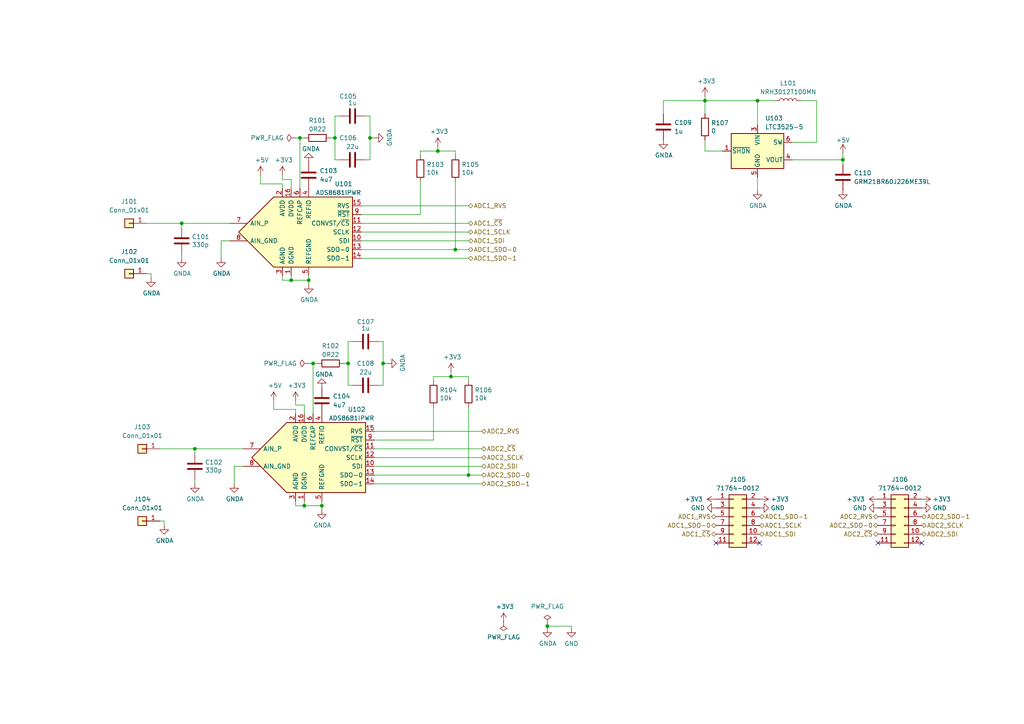
<source format=kicad_sch>
(kicad_sch (version 20230121) (generator eeschema)
  (paper "A4")
  (lib_symbols
    (symbol "Connector_Generic:Conn_01x01" (pin_names (offset 1.016) hide)
      (property "Reference" "J" (at 0 2.54 0))
      (property "Value" "Conn_01x01" (at 0 -2.54 0))
      (symbol "Conn_01x01_1_1"
        (rectangle (start -1.27 0.127) (end 0 -0.127) (stroke (width 0.1524)))
        (rectangle (start -1.27 1.27) (end 1.27 -1.27) (stroke (width 0.254)) (fill (type background)))
        (pin passive line (at -5.08 0 0) (length 3.81) (name "Pin_1") (number "1"))
      )
    )
    (symbol "Connector_Generic:Conn_02x06_Odd_Even" (pin_names (offset 1.016) hide)
      (property "Reference" "J" (at 1.27 7.62 0))
      (property "Value" "Conn_02x06_Odd_Even" (at 1.27 -10.16 0))
      (symbol "Conn_02x06_Odd_Even_1_1"
        (rectangle (start -1.27 -7.493) (end 0 -7.747) (stroke (width 0.1524)))
        (rectangle (start -1.27 -4.953) (end 0 -5.207) (stroke (width 0.1524)))
        (rectangle (start -1.27 -2.413) (end 0 -2.667) (stroke (width 0.1524)))
        (rectangle (start -1.27 0.127) (end 0 -0.127) (stroke (width 0.1524)))
        (rectangle (start -1.27 2.667) (end 0 2.413) (stroke (width 0.1524)))
        (rectangle (start -1.27 5.207) (end 0 4.953) (stroke (width 0.1524)))
        (rectangle (start -1.27 6.35) (end 3.81 -8.89) (stroke (width 0.254)) (fill (type background)))
        (rectangle (start 3.81 -7.493) (end 2.54 -7.747) (stroke (width 0.1524)))
        (rectangle (start 3.81 -4.953) (end 2.54 -5.207) (stroke (width 0.1524)))
        (rectangle (start 3.81 -2.413) (end 2.54 -2.667) (stroke (width 0.1524)))
        (rectangle (start 3.81 0.127) (end 2.54 -0.127) (stroke (width 0.1524)))
        (rectangle (start 3.81 2.667) (end 2.54 2.413) (stroke (width 0.1524)))
        (rectangle (start 3.81 5.207) (end 2.54 4.953) (stroke (width 0.1524)))
        (pin passive line (at -5.08 5.08 0) (length 3.81) (name "Pin_1") (number "1"))
        (pin passive line (at 7.62 -5.08 180) (length 3.81) (name "Pin_10") (number "10"))
        (pin passive line (at -5.08 -7.62 0) (length 3.81) (name "Pin_11") (number "11"))
        (pin passive line (at 7.62 -7.62 180) (length 3.81) (name "Pin_12") (number "12"))
        (pin passive line (at 7.62 5.08 180) (length 3.81) (name "Pin_2") (number "2"))
        (pin passive line (at -5.08 2.54 0) (length 3.81) (name "Pin_3") (number "3"))
        (pin passive line (at 7.62 2.54 180) (length 3.81) (name "Pin_4") (number "4"))
        (pin passive line (at -5.08 0 0) (length 3.81) (name "Pin_5") (number "5"))
        (pin passive line (at 7.62 0 180) (length 3.81) (name "Pin_6") (number "6"))
        (pin passive line (at -5.08 -2.54 0) (length 3.81) (name "Pin_7") (number "7"))
        (pin passive line (at 7.62 -2.54 180) (length 3.81) (name "Pin_8") (number "8"))
        (pin passive line (at -5.08 -5.08 0) (length 3.81) (name "Pin_9") (number "9"))
      )
    )
    (symbol "Device:C" (pin_numbers hide) (pin_names (offset 0.254))
      (property "Reference" "C" (at 0.635 2.54 0))
      (property "Value" "C" (at 0.635 -2.54 0))
      (symbol "C_0_1"
        (polyline (pts (xy -2.032 -0.762) (xy 2.032 -0.762)) (stroke (width 0.508)))
        (polyline (pts (xy -2.032 0.762) (xy 2.032 0.762)) (stroke (width 0.508)))
      )
      (symbol "C_1_1"
        (pin passive line (at 0 3.81 270) (length 2.794) (name "~") (number "1"))
        (pin passive line (at 0 -3.81 90) (length 2.794) (name "~") (number "2"))
      )
    )
    (symbol "Device:L" (pin_numbers hide) (pin_names (offset 1.016) hide)
      (property "Reference" "L" (at -1.27 0 90))
      (property "Value" "L" (at 1.905 0 90))
      (symbol "L_0_1"
        (arc (start 0 -2.54) (mid 0.6323 -1.905) (end 0 -1.27))
        (arc (start 0 -1.27) (mid 0.6323 -0.635) (end 0 0))
        (arc (start 0 0) (mid 0.6323 0.635) (end 0 1.27))
        (arc (start 0 1.27) (mid 0.6323 1.905) (end 0 2.54))
      )
      (symbol "L_1_1"
        (pin passive line (at 0 3.81 270) (length 1.27) (name "1") (number "1"))
        (pin passive line (at 0 -3.81 90) (length 1.27) (name "2") (number "2"))
      )
    )
    (symbol "Device:R" (pin_numbers hide) (pin_names (offset 0))
      (property "Reference" "R" (at 2.032 0 90))
      (property "Value" "R" (at 0 0 90))
      (symbol "R_0_1"
        (rectangle (start -1.016 -2.54) (end 1.016 2.54) (stroke (width 0.254)))
      )
      (symbol "R_1_1"
        (pin passive line (at 0 3.81 270) (length 1.27) (name "~") (number "1"))
        (pin passive line (at 0 -3.81 90) (length 1.27) (name "~") (number "2"))
      )
    )
    (symbol "ETH3CDAQ1:ADS8681PWR" (pin_names (offset 0.762))
      (property "Reference" "U" (at 6.35 13.97 0))
      (property "Value" "ADS8681PWR" (at 6.35 11.43 0))
      (symbol "ADS8681PWR_0_1"
        (polyline (pts (xy -5.08 10.16) (xy 17.78 10.16) (xy 17.78 -10.16) (xy -5.08 -10.16) (xy -15.24 0) (xy -5.08 10.16)) (stroke (width 0.254)) (fill (type background)))
      )
      (symbol "ADS8681PWR_1_1"
        (pin power_in line (at 0 -12.7 90) (length 2.54) (name "DGND") (number "1"))
        (pin input line (at 20.32 -2.54 180) (length 2.54) (name "SDI") (number "10"))
        (pin input line (at 20.32 2.54 180) (length 2.54) (name "CONVST/~{CS}") (number "11"))
        (pin input line (at 20.32 0 180) (length 2.54) (name "SCLK") (number "12"))
        (pin tri_state line (at 20.32 -5.08 180) (length 2.54) (name "SDO-0") (number "13"))
        (pin tri_state line (at 20.32 -7.62 180) (length 2.54) (name "SDO-1") (number "14"))
        (pin output line (at 20.32 7.62 180) (length 2.54) (name "RVS") (number "15"))
        (pin power_in line (at 0 12.7 270) (length 2.54) (name "DVDD") (number "16"))
        (pin power_in line (at -2.54 12.7 270) (length 2.54) (name "AVDD") (number "2"))
        (pin power_in line (at -2.54 -12.7 90) (length 2.54) (name "AGND") (number "3"))
        (pin passive line (at 5.08 12.7 270) (length 2.54) (name "REFIO") (number "4"))
        (pin power_in line (at 5.08 -12.7 90) (length 2.54) (name "REFGND") (number "5"))
        (pin power_in line (at 2.54 12.7 270) (length 2.54) (name "REFCAP") (number "6"))
        (pin input line (at -17.78 2.54 0) (length 5.08) (name "AIN_P") (number "7"))
        (pin input line (at -17.78 -2.54 0) (length 5.08) (name "AIN_GND") (number "8"))
        (pin input line (at 20.32 5.08 180) (length 2.54) (name "~{RST}") (number "9"))
      )
    )
    (symbol "PWR_FLAG_1" (power) (pin_numbers hide) (pin_names (offset 0) hide)
      (property "Value" "PWR_FLAG_1" (at 0 3.81 0))
      (symbol "PWR_FLAG_1_0_0"
        (pin power_out line (at 0 0 90) (length 0) (name "pwr") (number "1"))
      )
      (symbol "PWR_FLAG_1_0_1"
        (polyline (pts (xy 0 0) (xy 0 1.27) (xy -1.016 1.905) (xy 0 2.54) (xy 1.016 1.905) (xy 0 1.27)))
      )
    )
    (symbol "Regulator_Switching:LTC3525-5" (pin_names (offset 0.254))
      (property "Reference" "U" (at -6.35 6.35 0))
      (property "Value" "LTC3525-5" (at 1.27 6.35 0))
      (symbol "LTC3525-5_0_1"
        (rectangle (start -7.62 5.08) (end 7.62 -5.08) (stroke (width 0.254)) (fill (type background)))
      )
      (symbol "LTC3525-5_1_1"
        (pin input line (at -10.16 0 0) (length 2.54) (name "~{SHDN}") (number "1"))
        (pin passive line (at 0 -7.62 90) (length 2.54) hide (name "GND") (number "2"))
        (pin power_in line (at 0 7.62 270) (length 2.54) (name "VIN") (number "3"))
        (pin power_out line (at 10.16 -2.54 180) (length 2.54) (name "VOUT") (number "4"))
        (pin power_in line (at 0 -7.62 90) (length 2.54) (name "GND") (number "5"))
        (pin input line (at 10.16 2.54 180) (length 2.54) (name "SW") (number "6"))
      )
    )
    (symbol "power:+3.3V" (power) (pin_names (offset 0))
      (property "Value" "+3.3V" (at 0 3.556 0))
      (symbol "+3.3V_0_1"
        (polyline (pts (xy -0.762 1.27) (xy 0 2.54)))
        (polyline (pts (xy 0 0) (xy 0 2.54)))
        (polyline (pts (xy 0 2.54) (xy 0.762 1.27)))
      )
      (symbol "+3.3V_1_1"
        (pin power_in line (at 0 0 90) (length 0) hide (name "+3V3") (number "1"))
      )
    )
    (symbol "power:+5V" (power) (pin_names (offset 0))
      (property "Value" "+5V" (at 0 3.556 0))
      (symbol "+5V_0_1"
        (polyline (pts (xy -0.762 1.27) (xy 0 2.54)))
        (polyline (pts (xy 0 0) (xy 0 2.54)))
        (polyline (pts (xy 0 2.54) (xy 0.762 1.27)))
      )
      (symbol "+5V_1_1"
        (pin power_in line (at 0 0 90) (length 0) hide (name "+5V") (number "1"))
      )
    )
    (symbol "power:GND" (power) (pin_names (offset 0))
      (property "Value" "GND" (at 0 -3.81 0))
      (symbol "GND_0_1"
        (polyline (pts (xy 0 0) (xy 0 -1.27) (xy 1.27 -1.27) (xy 0 -2.54) (xy -1.27 -1.27) (xy 0 -1.27)))
      )
      (symbol "GND_1_1"
        (pin power_in line (at 0 0 270) (length 0) hide (name "GND") (number "1"))
      )
    )
    (symbol "power:GNDA" (power) (pin_names (offset 0))
      (property "Value" "GNDA" (at 0 -3.81 0))
      (symbol "GNDA_0_1"
        (polyline (pts (xy 0 0) (xy 0 -1.27) (xy 1.27 -1.27) (xy 0 -2.54) (xy -1.27 -1.27) (xy 0 -1.27)))
      )
      (symbol "GNDA_1_1"
        (pin power_in line (at 0 0 270) (length 0) hide (name "GNDA") (number "1"))
      )
    )
    (symbol "power:PWR_FLAG" (power) (pin_numbers hide) (pin_names (offset 0) hide)
      (property "Value" "PWR_FLAG" (at 0 3.81 0))
      (symbol "PWR_FLAG_0_0"
        (pin power_out line (at 0 0 90) (length 0) (name "pwr") (number "1"))
      )
      (symbol "PWR_FLAG_0_1"
        (polyline (pts (xy 0 0) (xy 0 1.27) (xy -1.016 1.905) (xy 0 2.54) (xy 1.016 1.905) (xy 0 1.27)))
      )
    )
  )
  (junction (at 90.805 105.41))
  (junction (at 135.89 137.795))
  (junction (at 244.475 46.355))
  (junction (at 88.265 146.685))
  (junction (at 130.81 109.22))
  (junction (at 158.75 181.61))
  (junction (at 204.47 29.21))
  (junction (at 56.515 130.175))
  (junction (at 86.995 40.005))
  (junction (at 100.965 105.41))
  (junction (at 132.08 72.39))
  (junction (at 219.71 29.21))
  (junction (at 84.455 81.28))
  (junction (at 52.705 64.77))
  (junction (at 89.535 81.28))
  (junction (at 127 43.815))
  (junction (at 97.155 40.005))
  (junction (at 111.125 105.41))
  (junction (at 107.315 40.005))
  (junction (at 93.345 146.685))
  (no_connect (at 207.645 157.48))
  (no_connect (at 267.335 157.48))
  (no_connect (at 220.345 157.48))
  (no_connect (at 254.635 157.48))
  (wire (pts (xy 70.485 130.175) (xy 56.515 130.175)))
  (wire (pts (xy 85.725 146.685) (xy 88.265 146.685)))
  (wire (pts (xy 107.315 46.355) (xy 107.315 40.005)))
  (wire (pts (xy 42.545 64.77) (xy 52.705 64.77)))
  (wire (pts (xy 204.47 29.21) (xy 204.47 33.02)))
  (wire (pts (xy 47.625 151.13) (xy 47.625 152.4)))
  (wire (pts (xy 135.89 137.795) (xy 139.7 137.795)))
  (wire (pts (xy 102.235 111.76) (xy 100.965 111.76)))
  (wire (pts (xy 100.965 105.41) (xy 99.695 105.41)))
  (wire (pts (xy 88.265 117.475) (xy 85.725 117.475)))
  (wire (pts (xy 84.455 81.28) (xy 84.455 80.01)))
  (wire (pts (xy 56.515 131.445) (xy 56.515 130.175)))
  (wire (pts (xy 111.125 105.41) (xy 111.125 99.06)))
  (wire (pts (xy 107.315 40.005) (xy 107.315 33.655)))
  (wire (pts (xy 104.775 72.39) (xy 132.08 72.39)))
  (wire (pts (xy 97.155 46.355) (xy 97.155 40.005)))
  (wire (pts (xy 165.735 181.61) (xy 165.735 182.245)))
  (wire (pts (xy 56.515 140.335) (xy 56.515 139.065)))
  (wire (pts (xy 135.89 110.49) (xy 135.89 109.22)))
  (wire (pts (xy 108.585 135.255) (xy 139.7 135.255)))
  (wire (pts (xy 81.915 80.01) (xy 81.915 81.28)))
  (wire (pts (xy 192.405 29.21) (xy 204.47 29.21)))
  (wire (pts (xy 111.125 111.76) (xy 111.125 105.41)))
  (wire (pts (xy 97.155 33.655) (xy 98.425 33.655)))
  (wire (pts (xy 64.135 69.85) (xy 66.675 69.85)))
  (wire (pts (xy 125.73 109.22) (xy 130.81 109.22)))
  (wire (pts (xy 106.045 46.355) (xy 107.315 46.355)))
  (wire (pts (xy 67.945 140.335) (xy 67.945 135.255)))
  (wire (pts (xy 121.92 45.085) (xy 121.92 43.815)))
  (wire (pts (xy 104.775 62.23) (xy 121.92 62.23)))
  (wire (pts (xy 88.265 146.685) (xy 93.345 146.685)))
  (wire (pts (xy 219.71 29.21) (xy 224.79 29.21)))
  (wire (pts (xy 75.565 53.34) (xy 81.915 53.34)))
  (wire (pts (xy 112.395 105.41) (xy 111.125 105.41)))
  (wire (pts (xy 204.47 43.815) (xy 204.47 40.64)))
  (wire (pts (xy 97.155 40.005) (xy 95.885 40.005)))
  (wire (pts (xy 125.73 127.635) (xy 125.73 118.11)))
  (wire (pts (xy 127 42.545) (xy 127 43.815)))
  (wire (pts (xy 52.705 66.04) (xy 52.705 64.77)))
  (wire (pts (xy 192.405 33.02) (xy 192.405 29.21)))
  (wire (pts (xy 52.705 74.93) (xy 52.705 73.66)))
  (wire (pts (xy 132.08 45.085) (xy 132.08 43.815)))
  (wire (pts (xy 79.375 118.745) (xy 85.725 118.745)))
  (wire (pts (xy 158.75 181.61) (xy 165.735 181.61)))
  (wire (pts (xy 81.915 52.07) (xy 81.915 50.8)))
  (wire (pts (xy 219.71 36.195) (xy 219.71 29.21)))
  (wire (pts (xy 90.805 105.41) (xy 90.805 120.015)))
  (wire (pts (xy 209.55 43.815) (xy 204.47 43.815)))
  (wire (pts (xy 158.75 182.245) (xy 158.75 181.61)))
  (wire (pts (xy 244.475 46.355) (xy 244.475 47.625)))
  (wire (pts (xy 75.565 53.34) (xy 75.565 50.8)))
  (wire (pts (xy 121.92 43.815) (xy 127 43.815)))
  (wire (pts (xy 204.47 27.94) (xy 204.47 29.21)))
  (wire (pts (xy 84.455 52.07) (xy 81.915 52.07)))
  (wire (pts (xy 89.535 105.41) (xy 90.805 105.41)))
  (wire (pts (xy 89.535 82.55) (xy 89.535 81.28)))
  (wire (pts (xy 89.535 81.28) (xy 89.535 80.01)))
  (wire (pts (xy 108.585 40.005) (xy 107.315 40.005)))
  (wire (pts (xy 236.855 29.21) (xy 236.855 41.275)))
  (wire (pts (xy 85.725 40.005) (xy 86.995 40.005)))
  (wire (pts (xy 229.87 46.355) (xy 244.475 46.355)))
  (wire (pts (xy 46.355 151.13) (xy 47.625 151.13)))
  (wire (pts (xy 88.265 146.685) (xy 88.265 145.415)))
  (wire (pts (xy 88.265 120.015) (xy 88.265 117.475)))
  (wire (pts (xy 108.585 127.635) (xy 125.73 127.635)))
  (wire (pts (xy 46.355 130.175) (xy 56.515 130.175)))
  (wire (pts (xy 109.855 111.76) (xy 111.125 111.76)))
  (wire (pts (xy 158.75 180.975) (xy 158.75 181.61)))
  (wire (pts (xy 86.995 40.005) (xy 86.995 54.61)))
  (wire (pts (xy 64.135 74.93) (xy 64.135 69.85)))
  (wire (pts (xy 42.545 79.375) (xy 43.815 79.375)))
  (wire (pts (xy 81.915 81.28) (xy 84.455 81.28)))
  (wire (pts (xy 219.71 51.435) (xy 219.71 55.245)))
  (wire (pts (xy 111.125 99.06) (xy 109.855 99.06)))
  (wire (pts (xy 108.585 130.175) (xy 139.7 130.175)))
  (wire (pts (xy 85.725 120.015) (xy 85.725 118.745)))
  (wire (pts (xy 121.92 62.23) (xy 121.92 52.705)))
  (wire (pts (xy 100.965 105.41) (xy 100.965 99.06)))
  (wire (pts (xy 97.155 40.005) (xy 97.155 33.655)))
  (wire (pts (xy 88.265 40.005) (xy 86.995 40.005)))
  (wire (pts (xy 100.965 111.76) (xy 100.965 105.41)))
  (wire (pts (xy 84.455 54.61) (xy 84.455 52.07)))
  (wire (pts (xy 92.075 105.41) (xy 90.805 105.41)))
  (wire (pts (xy 127 43.815) (xy 132.08 43.815)))
  (wire (pts (xy 104.775 64.77) (xy 135.89 64.77)))
  (wire (pts (xy 132.08 72.39) (xy 135.89 72.39)))
  (wire (pts (xy 84.455 81.28) (xy 89.535 81.28)))
  (wire (pts (xy 93.345 146.685) (xy 93.345 145.415)))
  (wire (pts (xy 104.775 67.31) (xy 135.89 67.31)))
  (wire (pts (xy 100.965 99.06) (xy 102.235 99.06)))
  (wire (pts (xy 107.315 33.655) (xy 106.045 33.655)))
  (wire (pts (xy 130.81 109.22) (xy 135.89 109.22)))
  (wire (pts (xy 43.815 79.375) (xy 43.815 80.645)))
  (wire (pts (xy 232.41 29.21) (xy 236.855 29.21)))
  (wire (pts (xy 104.775 59.69) (xy 135.89 59.69)))
  (wire (pts (xy 104.775 74.93) (xy 135.89 74.93)))
  (wire (pts (xy 79.375 118.745) (xy 79.375 116.205)))
  (wire (pts (xy 66.675 64.77) (xy 52.705 64.77)))
  (wire (pts (xy 108.585 132.715) (xy 139.7 132.715)))
  (wire (pts (xy 108.585 125.095) (xy 139.7 125.095)))
  (wire (pts (xy 81.915 54.61) (xy 81.915 53.34)))
  (wire (pts (xy 98.425 46.355) (xy 97.155 46.355)))
  (wire (pts (xy 85.725 145.415) (xy 85.725 146.685)))
  (wire (pts (xy 93.345 147.955) (xy 93.345 146.685)))
  (wire (pts (xy 219.71 29.21) (xy 204.47 29.21)))
  (wire (pts (xy 132.08 52.705) (xy 132.08 72.39)))
  (wire (pts (xy 104.775 69.85) (xy 135.89 69.85)))
  (wire (pts (xy 108.585 140.335) (xy 139.7 140.335)))
  (wire (pts (xy 67.945 135.255) (xy 70.485 135.255)))
  (wire (pts (xy 85.725 117.475) (xy 85.725 116.205)))
  (wire (pts (xy 236.855 41.275) (xy 229.87 41.275)))
  (wire (pts (xy 244.475 46.355) (xy 244.475 44.45)))
  (wire (pts (xy 130.81 107.95) (xy 130.81 109.22)))
  (wire (pts (xy 135.89 118.11) (xy 135.89 137.795)))
  (wire (pts (xy 125.73 110.49) (xy 125.73 109.22)))
  (wire (pts (xy 108.585 137.795) (xy 135.89 137.795)))
  (hierarchical_label "ADC2_~{CS}" (shape bidirectional) (at 139.7 130.175 0))
  (hierarchical_label "ADC2_SDO-1" (shape bidirectional) (at 139.7 140.335 0))
  (hierarchical_label "ADC2_RVS" (shape bidirectional) (at 139.7 125.095 0))
  (hierarchical_label "ADC1_~{CS}" (shape bidirectional) (at 207.645 154.94 180))
  (hierarchical_label "ADC2_SCLK" (shape bidirectional) (at 139.7 132.715 0))
  (hierarchical_label "ADC1_SDI" (shape bidirectional) (at 220.345 154.94 0))
  (hierarchical_label "ADC2_SCLK" (shape bidirectional) (at 267.335 152.4 0))
  (hierarchical_label "ADC2_SDI" (shape bidirectional) (at 139.7 135.255 0))
  (hierarchical_label "ADC1_SDO-1" (shape bidirectional) (at 220.345 149.86 0))
  (hierarchical_label "ADC2_SDO-0" (shape bidirectional) (at 139.7 137.795 0))
  (hierarchical_label "ADC1_SDI" (shape bidirectional) (at 135.89 69.85 0))
  (hierarchical_label "ADC1_RVS" (shape bidirectional) (at 135.89 59.69 0))
  (hierarchical_label "ADC2_SDO-0" (shape bidirectional) (at 254.635 152.4 180))
  (hierarchical_label "ADC1_~{CS}" (shape bidirectional) (at 135.89 64.77 0))
  (hierarchical_label "ADC1_SDO-0" (shape bidirectional) (at 207.645 152.4 180))
  (hierarchical_label "ADC1_SCLK" (shape bidirectional) (at 135.89 67.31 0))
  (hierarchical_label "ADC1_SCLK" (shape bidirectional) (at 220.345 152.4 0))
  (hierarchical_label "ADC2_SDI" (shape bidirectional) (at 267.335 154.94 0))
  (hierarchical_label "ADC1_SDO-1" (shape bidirectional) (at 135.89 74.93 0))
  (hierarchical_label "ADC2_RVS" (shape bidirectional) (at 254.635 149.86 180))
  (hierarchical_label "ADC2_~{CS}" (shape bidirectional) (at 254.635 154.94 180))
  (hierarchical_label "ADC2_SDO-1" (shape bidirectional) (at 267.335 149.86 0))
  (hierarchical_label "ADC1_SDO-0" (shape bidirectional) (at 135.89 72.39 0))
  (hierarchical_label "ADC1_RVS" (shape bidirectional) (at 207.645 149.86 180))
  (symbol (lib_id "Connector_Generic:Conn_02x06_Odd_Even") (at 259.715 149.86 0) (unit 1)
    (property "Reference" "J106" (at 260.985 139.065 0))
    (property "Value" "71764-0012" (at 260.985 141.605 0))
    (property "Footprint" "Connector_PinHeader_2.54mm:PinHeader_2x06_P2.54mm_Horizontal" (effects hide))
  )
  (symbol (lib_id "power:PWR_FLAG") (at 89.535 105.41 90) (unit 1)
    (property "Reference" "#FLG0102" (effects hide))
    (property "Value" "PWR_FLAG" (at 81.28 105.41 90))
  )
  (symbol (lib_id "power:GND") (at 207.645 147.32 270) (mirror x) (unit 1)
    (property "Reference" "#PWR0126" (effects hide))
    (property "Value" "GND" (at 204.47 147.32 90) (effects (justify right)))
  )
  (symbol (lib_id "power:GNDA") (at 43.815 80.645 0) (unit 1)
    (property "Reference" "#PWR0101" (effects hide))
    (property "Value" "GNDA" (at 43.942 85.0392 0))
  )
  (symbol (lib_id "power:+3.3V") (at 146.05 180.34 0) (unit 1)
    (property "Reference" "#PWR0120" (effects hide))
    (property "Value" "+3.3V" (at 146.431 175.9458 0))
  )
  (symbol (lib_id "Connector_Generic:Conn_02x06_Odd_Even") (at 212.725 149.86 0) (unit 1)
    (property "Reference" "J105" (at 213.995 139.065 0))
    (property "Value" "71764-0012" (at 213.995 141.605 0))
    (property "Footprint" "Connector_PinHeader_2.54mm:PinHeader_2x06_P2.54mm_Horizontal" (effects hide))
  )
  (symbol (lib_id "power:+3.3V") (at 85.725 116.205 0) (unit 1)
    (property "Reference" "#PWR0110" (effects hide))
    (property "Value" "+3.3V" (at 86.106 111.8108 0))
  )
  (symbol (lib_id "power:GNDA") (at 192.405 40.64 0) (unit 1)
    (property "Reference" "#PWR0123" (effects hide))
    (property "Value" "GNDA" (at 192.532 45.0342 0))
  )
  (symbol (lib_id "power:GNDA") (at 89.535 82.55 0) (unit 1)
    (property "Reference" "#PWR0112" (effects hide))
    (property "Value" "GNDA" (at 89.662 86.9442 0))
  )
  (symbol (lib_id "power:GNDA") (at 64.135 74.93 0) (unit 1)
    (property "Reference" "#PWR0105" (effects hide))
    (property "Value" "GNDA" (at 64.262 79.3242 0))
  )
  (symbol (lib_id "power:GNDA") (at 56.515 140.335 0) (unit 1)
    (property "Reference" "#PWR0104" (effects hide))
    (property "Value" "GNDA" (at 56.642 144.7292 0))
  )
  (symbol (lib_id "Device:C") (at 93.345 116.205 0) (unit 1)
    (property "Reference" "C104" (at 96.52 114.935 0) (effects (justify left)))
    (property "Value" "4u7" (at 96.52 117.475 0) (effects (justify left)))
    (property "Footprint" "Capacitor_SMD:C_0603_1608Metric_Pad1.08x0.95mm_HandSolder" (effects hide))
  )
  (symbol (lib_id "power:+3.3V") (at 127 42.545 0) (unit 1)
    (property "Reference" "#PWR0117" (effects hide))
    (property "Value" "+3.3V" (at 127.381 38.1508 0))
  )
  (symbol (lib_id "Connector_Generic:Conn_01x01") (at 37.465 64.77 180) (unit 1)
    (property "Reference" "J101" (at 37.465 58.42 0))
    (property "Value" "Conn_01x01" (at 37.465 60.96 0))
    (property "Footprint" "Connector_PinHeader_2.54mm:PinHeader_1x01_P2.54mm_Vertical" (effects hide))
  )
  (symbol (lib_id "Regulator_Switching:LTC3525-5") (at 219.71 43.815 0) (unit 1)
    (property "Reference" "U103" (at 221.9041 34.29 0) (effects (justify left)))
    (property "Value" "LTC3525-5" (at 221.9041 36.83 0) (effects (justify left)))
    (property "Footprint" "Package_TO_SOT_SMD:SOT-363_SC-70-6" (effects hide))
    (property "Datasheet" "https://www.analog.com/media/en/technical-documentation/data-sheets/3525fc.pdf" (effects hide))
  )
  (symbol (lib_id "Device:C") (at 102.235 46.355 90) (unit 1)
    (property "Reference" "C106" (at 103.505 40.005 90) (effects (justify left)))
    (property "Value" "22u" (at 104.14 42.545 90) (effects (justify left)))
    (property "Footprint" "Capacitor_SMD:C_0805_2012Metric_Pad1.18x1.45mm_HandSolder" (effects hide))
  )
  (symbol (lib_id "power:+3.3V") (at 204.47 27.94 0) (unit 1)
    (property "Reference" "#PWR0124" (effects hide))
    (property "Value" "+3.3V" (at 204.851 23.5458 0))
  )
  (symbol (lib_id "power:PWR_FLAG") (at 85.725 40.005 90) (unit 1)
    (property "Reference" "#FLG0101" (effects hide))
    (property "Value" "PWR_FLAG" (at 77.47 40.005 90))
  )
  (symbol (lib_id "power:+3.3V") (at 81.915 50.8 0) (unit 1)
    (property "Reference" "#PWR0109" (effects hide))
    (property "Value" "+3.3V" (at 82.296 46.4058 0))
  )
  (symbol (lib_name "PWR_FLAG_1") (lib_id "power:PWR_FLAG") (at 158.75 180.975 0) (unit 1)
    (property "Reference" "#FLG0105" (effects hide))
    (property "Value" "PWR_FLAG" (at 158.75 175.895 0))
  )
  (symbol (lib_id "power:GNDA") (at 52.705 74.93 0) (unit 1)
    (property "Reference" "#PWR0103" (effects hide))
    (property "Value" "GNDA" (at 52.832 79.3242 0))
  )
  (symbol (lib_id "Device:R") (at 125.73 114.3 0) (unit 1)
    (property "Reference" "R104" (at 127.508 113.1316 0) (effects (justify left)))
    (property "Value" "10k" (at 127.508 115.443 0) (effects (justify left)))
    (property "Footprint" "Resistor_SMD:R_0603_1608Metric_Pad0.98x0.95mm_HandSolder" (effects hide))
  )
  (symbol (lib_id "ETH3CDAQ1:ADS8681PWR") (at 88.265 132.715 0) (unit 1)
    (property "Reference" "U102" (at 106.045 118.745 0) (effects (justify right)))
    (property "Value" "ADS8681IPWR" (at 108.585 121.285 0) (effects (justify right)))
    (property "Footprint" "Package_SO:TSSOP-16_4.4x5mm_P0.65mm" (effects hide))
  )
  (symbol (lib_id "power:GNDA") (at 219.71 55.245 0) (unit 1)
    (property "Reference" "#PWR0127" (effects hide))
    (property "Value" "GNDA" (at 219.837 59.6392 0))
  )
  (symbol (lib_id "power:GNDA") (at 158.75 182.245 0) (unit 1)
    (property "Reference" "#PWR0121" (effects hide))
    (property "Value" "GNDA" (at 158.877 186.6392 0))
  )
  (symbol (lib_id "power:+5V") (at 244.475 44.45 0) (unit 1)
    (property "Reference" "#PWR0130" (effects hide))
    (property "Value" "+5V" (at 244.475 40.64 0))
  )
  (symbol (lib_id "power:+3.3V") (at 267.335 144.78 270) (mirror x) (unit 1)
    (property "Reference" "#PWR0134" (effects hide))
    (property "Value" "+3.3V" (at 270.51 144.78 90) (effects (justify left)))
  )
  (symbol (lib_id "power:GNDA") (at 89.535 46.99 180) (unit 1)
    (property "Reference" "#PWR0111" (effects hide))
    (property "Value" "GNDA" (at 90.17 43.18 0))
  )
  (symbol (lib_id "Device:C") (at 89.535 50.8 0) (unit 1)
    (property "Reference" "C103" (at 92.71 49.53 0) (effects (justify left)))
    (property "Value" "4u7" (at 92.71 52.07 0) (effects (justify left)))
    (property "Footprint" "Capacitor_SMD:C_0603_1608Metric_Pad1.08x0.95mm_HandSolder" (effects hide))
  )
  (symbol (lib_id "Connector_Generic:Conn_01x01") (at 41.275 151.13 180) (unit 1)
    (property "Reference" "J104" (at 41.275 144.78 0))
    (property "Value" "Conn_01x01" (at 41.275 147.32 0))
    (property "Footprint" "Connector_PinHeader_2.54mm:PinHeader_1x01_P2.54mm_Vertical" (effects hide))
  )
  (symbol (lib_id "power:GND") (at 165.735 182.245 0) (mirror y) (unit 1)
    (property "Reference" "#PWR0122" (effects hide))
    (property "Value" "GND" (at 165.735 186.69 0))
  )
  (symbol (lib_id "power:+5V") (at 75.565 50.8 0) (unit 1)
    (property "Reference" "#PWR0107" (effects hide))
    (property "Value" "+5V" (at 75.946 46.4058 0))
  )
  (symbol (lib_id "Device:C") (at 106.045 111.76 90) (unit 1)
    (property "Reference" "C108" (at 108.585 105.41 90) (effects (justify left)))
    (property "Value" "22u" (at 107.95 107.95 90) (effects (justify left)))
    (property "Footprint" "Capacitor_SMD:C_0805_2012Metric_Pad1.18x1.45mm_HandSolder" (effects hide))
  )
  (symbol (lib_id "Device:C") (at 56.515 135.255 0) (unit 1)
    (property "Reference" "C102" (at 59.436 134.0866 0) (effects (justify left)))
    (property "Value" "330p" (at 59.436 136.398 0) (effects (justify left)))
    (property "Footprint" "Capacitor_SMD:C_0603_1608Metric_Pad1.08x0.95mm_HandSolder" (effects hide))
  )
  (symbol (lib_id "Device:R") (at 121.92 48.895 0) (unit 1)
    (property "Reference" "R103" (at 123.698 47.7266 0) (effects (justify left)))
    (property "Value" "10k" (at 123.698 50.038 0) (effects (justify left)))
    (property "Footprint" "Resistor_SMD:R_0603_1608Metric_Pad0.98x0.95mm_HandSolder" (effects hide))
  )
  (symbol (lib_id "power:GND") (at 220.345 147.32 90) (mirror x) (unit 1)
    (property "Reference" "#PWR0129" (effects hide))
    (property "Value" "GND" (at 223.52 147.32 90) (effects (justify right)))
  )
  (symbol (lib_id "Device:R") (at 95.885 105.41 90) (unit 1)
    (property "Reference" "R102" (at 95.885 100.33 90))
    (property "Value" "0R22" (at 95.885 102.87 90))
    (property "Footprint" "Resistor_SMD:R_0603_1608Metric_Pad0.98x0.95mm_HandSolder" (effects hide))
  )
  (symbol (lib_id "Connector_Generic:Conn_01x01") (at 37.465 79.375 180) (unit 1)
    (property "Reference" "J102" (at 37.465 73.025 0))
    (property "Value" "Conn_01x01" (at 37.465 75.565 0))
    (property "Footprint" "Connector_PinHeader_2.54mm:PinHeader_1x01_P2.54mm_Vertical" (effects hide))
  )
  (symbol (lib_name "PWR_FLAG_1") (lib_id "power:PWR_FLAG") (at 146.05 180.34 180) (unit 1)
    (property "Reference" "#FLG0104" (effects hide))
    (property "Value" "PWR_FLAG" (at 146.05 184.785 0))
  )
  (symbol (lib_id "power:+3.3V") (at 220.345 144.78 270) (mirror x) (unit 1)
    (property "Reference" "#PWR0128" (effects hide))
    (property "Value" "+3.3V" (at 223.52 144.78 90) (effects (justify left)))
  )
  (symbol (lib_id "Device:L") (at 228.6 29.21 90) (unit 1)
    (property "Reference" "L101" (at 228.6 24.13 90))
    (property "Value" "NRH3012T100MN" (at 228.6 26.67 90))
    (property "Footprint" "Library:NRH3012" (effects hide))
  )
  (symbol (lib_id "power:+5V") (at 79.375 116.205 0) (unit 1)
    (property "Reference" "#PWR0108" (effects hide))
    (property "Value" "+5V" (at 79.756 111.8108 0))
  )
  (symbol (lib_id "power:+3.3V") (at 207.645 144.78 90) (mirror x) (unit 1)
    (property "Reference" "#PWR0125" (effects hide))
    (property "Value" "+3.3V" (at 203.835 144.78 90) (effects (justify left)))
  )
  (symbol (lib_id "Device:R") (at 92.075 40.005 90) (unit 1)
    (property "Reference" "R101" (at 92.075 34.925 90))
    (property "Value" "0R22" (at 92.075 37.465 90))
    (property "Footprint" "Resistor_SMD:R_0603_1608Metric_Pad0.98x0.95mm_HandSolder" (effects hide))
  )
  (symbol (lib_id "Device:R") (at 132.08 48.895 0) (unit 1)
    (property "Reference" "R105" (at 133.858 47.7266 0) (effects (justify left)))
    (property "Value" "10k" (at 133.858 50.038 0) (effects (justify left)))
    (property "Footprint" "Resistor_SMD:R_0603_1608Metric_Pad0.98x0.95mm_HandSolder" (effects hide))
  )
  (symbol (lib_id "power:+3.3V") (at 130.81 107.95 0) (unit 1)
    (property "Reference" "#PWR0118" (effects hide))
    (property "Value" "+3.3V" (at 131.191 103.5558 0))
  )
  (symbol (lib_id "power:GNDA") (at 108.585 40.005 90) (unit 1)
    (property "Reference" "#PWR0115" (effects hide))
    (property "Value" "GNDA" (at 112.9792 39.878 0))
  )
  (symbol (lib_id "power:GNDA") (at 93.345 112.395 180) (unit 1)
    (property "Reference" "#PWR0113" (effects hide))
    (property "Value" "GNDA" (at 93.98 108.585 0))
  )
  (symbol (lib_id "power:+3.3V") (at 254.635 144.78 90) (mirror x) (unit 1)
    (property "Reference" "#PWR0132" (effects hide))
    (property "Value" "+3.3V" (at 250.825 144.78 90) (effects (justify left)))
  )
  (symbol (lib_id "power:GND") (at 254.635 147.32 270) (mirror x) (unit 1)
    (property "Reference" "#PWR0133" (effects hide))
    (property "Value" "GND" (at 251.46 147.32 90) (effects (justify right)))
  )
  (symbol (lib_id "Device:C") (at 192.405 36.83 0) (unit 1)
    (property "Reference" "C109" (at 195.58 35.56 0) (effects (justify left)))
    (property "Value" "1u" (at 195.58 38.1 0) (effects (justify left)))
    (property "Footprint" "Capacitor_SMD:C_0603_1608Metric_Pad1.08x0.95mm_HandSolder" (effects hide))
  )
  (symbol (lib_id "power:GNDA") (at 244.475 55.245 0) (unit 1)
    (property "Reference" "#PWR0131" (effects hide))
    (property "Value" "GNDA" (at 244.602 59.6392 0))
  )
  (symbol (lib_id "power:GNDA") (at 67.945 140.335 0) (unit 1)
    (property "Reference" "#PWR0106" (effects hide))
    (property "Value" "GNDA" (at 68.072 144.7292 0))
  )
  (symbol (lib_id "Device:C") (at 244.475 51.435 0) (unit 1)
    (property "Reference" "C110" (at 247.65 50.165 0) (effects (justify left)))
    (property "Value" "GRM21BR60J226ME39L" (at 247.65 52.705 0) (effects (justify left)))
    (property "Footprint" "Capacitor_SMD:C_0805_2012Metric_Pad1.18x1.45mm_HandSolder" (effects hide))
  )
  (symbol (lib_id "Device:C") (at 52.705 69.85 0) (unit 1)
    (property "Reference" "C101" (at 55.626 68.6816 0) (effects (justify left)))
    (property "Value" "330p" (at 55.626 70.993 0) (effects (justify left)))
    (property "Footprint" "Capacitor_SMD:C_0603_1608Metric_Pad1.08x0.95mm_HandSolder" (effects hide))
  )
  (symbol (lib_id "Device:R") (at 204.47 36.83 0) (unit 1)
    (property "Reference" "R107" (at 206.248 35.6616 0) (effects (justify left)))
    (property "Value" "0" (at 206.248 37.973 0) (effects (justify left)))
    (property "Footprint" "Resistor_SMD:R_0603_1608Metric_Pad0.98x0.95mm_HandSolder" (effects hide))
  )
  (symbol (lib_id "power:GNDA") (at 47.625 152.4 0) (unit 1)
    (property "Reference" "#PWR0102" (effects hide))
    (property "Value" "GNDA" (at 47.752 156.7942 0))
  )
  (symbol (lib_id "Connector_Generic:Conn_01x01") (at 41.275 130.175 180) (unit 1)
    (property "Reference" "J103" (at 41.275 123.825 0))
    (property "Value" "Conn_01x01" (at 41.275 126.365 0))
    (property "Footprint" "Connector_PinHeader_2.54mm:PinHeader_1x01_P2.54mm_Vertical" (effects hide))
  )
  (symbol (lib_id "ETH3CDAQ1:ADS8681PWR") (at 84.455 67.31 0) (unit 1)
    (property "Reference" "U101" (at 102.235 53.34 0) (effects (justify right)))
    (property "Value" "ADS8681IPWR" (at 104.775 55.88 0) (effects (justify right)))
    (property "Footprint" "Package_SO:TSSOP-16_4.4x5mm_P0.65mm" (effects hide))
  )
  (symbol (lib_id "power:GNDA") (at 112.395 105.41 90) (unit 1)
    (property "Reference" "#PWR0116" (effects hide))
    (property "Value" "GNDA" (at 116.7892 105.283 0))
  )
  (symbol (lib_id "Device:C") (at 106.045 99.06 90) (unit 1)
    (property "Reference" "C107" (at 108.585 93.345 90) (effects (justify left)))
    (property "Value" "1u" (at 107.315 95.25 90) (effects (justify left)))
    (property "Footprint" "Capacitor_SMD:C_0603_1608Metric_Pad1.08x0.95mm_HandSolder" (effects hide))
  )
  (symbol (lib_id "power:GND") (at 267.335 147.32 90) (mirror x) (unit 1)
    (property "Reference" "#PWR0135" (effects hide))
    (property "Value" "GND" (at 270.51 147.32 90) (effects (justify right)))
  )
  (symbol (lib_id "Device:R") (at 135.89 114.3 0) (unit 1)
    (property "Reference" "R106" (at 137.668 113.1316 0) (effects (justify left)))
    (property "Value" "10k" (at 137.668 115.443 0) (effects (justify left)))
    (property "Footprint" "Resistor_SMD:R_0603_1608Metric_Pad0.98x0.95mm_HandSolder" (effects hide))
  )
  (symbol (lib_id "Device:C") (at 102.235 33.655 90) (unit 1)
    (property "Reference" "C105" (at 103.505 27.94 90) (effects (justify left)))
    (property "Value" "1u" (at 103.505 29.845 90) (effects (justify left)))
    (property "Footprint" "Capacitor_SMD:C_0603_1608Metric_Pad1.08x0.95mm_HandSolder" (effects hide))
  )
  (symbol (lib_id "power:GNDA") (at 93.345 147.955 0) (unit 1)
    (property "Reference" "#PWR0114" (effects hide))
    (property "Value" "GNDA" (at 93.472 152.3492 0))
  )
)
</source>
